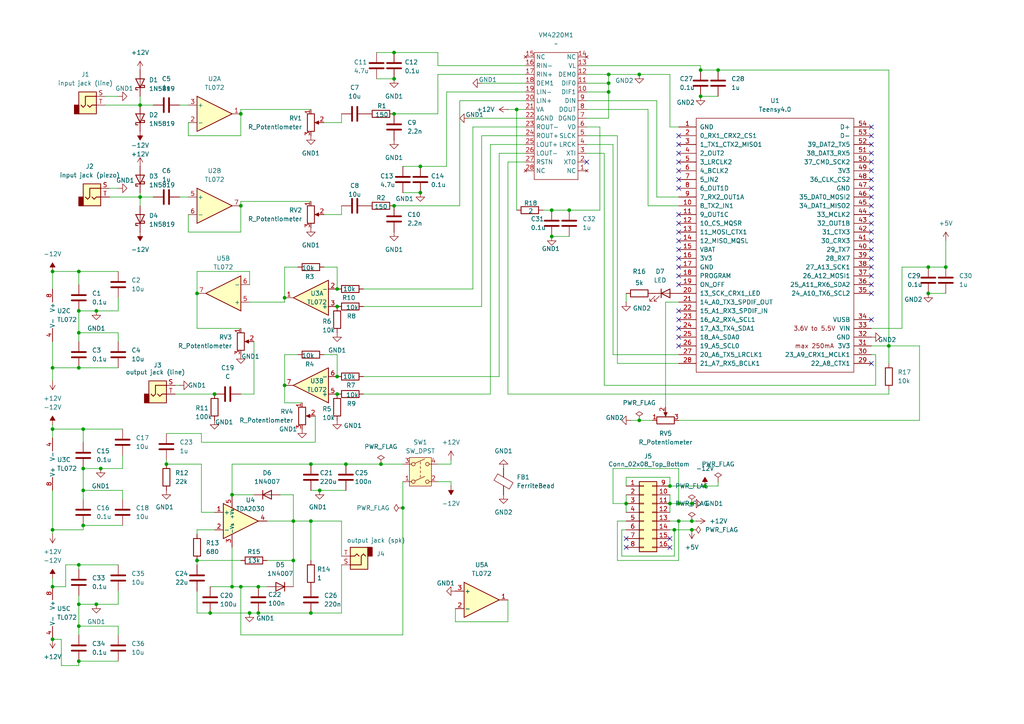
<source format=kicad_sch>
(kicad_sch (version 20250114) (generator "eeschema") (generator_version "9.0")
  (paper "A4")
  (junction (at 203.2 20.32))
  (junction (at 110.49 134.62))
  (junction (at 92.71 142.24))
  (junction (at 24.13 152.4))
  (junction (at 121.92 55.88))
  (junction (at 114.3 15.24))
  (junction (at 74.93 170.18))
  (junction (at 22.86 163.83))
  (junction (at 40.64 30.48))
  (junction (at 15.24 124.46))
  (junction (at 194.31 146.05))
  (junction (at 69.85 170.18))
  (junction (at 195.58 153.67))
  (junction (at 97.79 109.22))
  (junction (at 22.86 106.68))
  (junction (at 257.81 100.33))
  (junction (at 200.66 146.05))
  (junction (at 40.64 57.15))
  (junction (at 165.1 60.96))
  (junction (at 269.24 77.47))
  (junction (at 97.79 83.82))
  (junction (at 90.17 177.8))
  (junction (at 149.86 31.75))
  (junction (at 74.93 177.8))
  (junction (at 67.31 143.51))
  (junction (at 204.47 140.97))
  (junction (at 22.86 96.52))
  (junction (at 181.61 146.05))
  (junction (at 85.09 162.56))
  (junction (at 274.32 77.47))
  (junction (at 60.96 177.8))
  (junction (at 48.26 134.62))
  (junction (at 176.53 21.59))
  (junction (at 29.21 135.89))
  (junction (at 90.17 151.13))
  (junction (at 15.24 106.68))
  (junction (at 269.24 85.09))
  (junction (at 90.17 134.62))
  (junction (at 15.24 153.67))
  (junction (at 200.66 153.67))
  (junction (at 27.94 90.17))
  (junction (at 196.85 151.13))
  (junction (at 69.85 33.02))
  (junction (at 15.24 170.18))
  (junction (at 160.02 60.96))
  (junction (at 200.66 151.13))
  (junction (at 22.86 90.17))
  (junction (at 97.79 114.3))
  (junction (at 114.3 33.02))
  (junction (at 176.53 24.13))
  (junction (at 85.09 151.13))
  (junction (at 82.55 86.36))
  (junction (at 196.85 146.05))
  (junction (at 97.79 88.9))
  (junction (at 72.39 177.8))
  (junction (at 185.42 121.92))
  (junction (at 114.3 22.86))
  (junction (at 62.23 114.3))
  (junction (at 203.2 27.94))
  (junction (at 24.13 142.24))
  (junction (at 176.53 26.67))
  (junction (at 22.86 181.61))
  (junction (at 22.86 78.74))
  (junction (at 194.31 140.97))
  (junction (at 208.28 20.32))
  (junction (at 57.15 162.56))
  (junction (at 69.85 59.69))
  (junction (at 24.13 135.89))
  (junction (at 67.31 170.18))
  (junction (at 57.15 85.09))
  (junction (at 22.86 191.77))
  (junction (at 15.24 185.42))
  (junction (at 100.33 134.62))
  (junction (at 160.02 68.58))
  (junction (at 15.24 78.74))
  (junction (at 22.86 175.26))
  (junction (at 82.55 111.76))
  (junction (at 114.3 59.69))
  (junction (at 116.84 147.32))
  (junction (at 24.13 124.46))
  (junction (at 185.42 21.59))
  (junction (at 27.94 175.26))
  (junction (at 121.92 48.26))
  (no_connect (at 252.73 67.31))
  (no_connect (at 196.85 100.33))
  (no_connect (at 170.18 46.99))
  (no_connect (at 196.85 72.39))
  (no_connect (at 196.85 44.45))
  (no_connect (at 194.31 156.21))
  (no_connect (at 196.85 82.55))
  (no_connect (at 196.85 97.79))
  (no_connect (at 252.73 41.91))
  (no_connect (at 252.73 82.55))
  (no_connect (at 196.85 90.17))
  (no_connect (at 252.73 80.01))
  (no_connect (at 252.73 69.85))
  (no_connect (at 196.85 39.37))
  (no_connect (at 196.85 69.85))
  (no_connect (at 181.61 158.75))
  (no_connect (at 252.73 85.09))
  (no_connect (at 252.73 57.15))
  (no_connect (at 196.85 46.99))
  (no_connect (at 252.73 59.69))
  (no_connect (at 196.85 64.77))
  (no_connect (at 252.73 54.61))
  (no_connect (at 181.61 156.21))
  (no_connect (at 196.85 62.23))
  (no_connect (at 196.85 41.91))
  (no_connect (at 196.85 52.07))
  (no_connect (at 196.85 80.01))
  (no_connect (at 196.85 67.31))
  (no_connect (at 252.73 92.71))
  (no_connect (at 252.73 64.77))
  (no_connect (at 196.85 92.71))
  (no_connect (at 194.31 158.75))
  (no_connect (at 252.73 39.37))
  (no_connect (at 252.73 44.45))
  (no_connect (at 252.73 46.99))
  (no_connect (at 252.73 36.83))
  (no_connect (at 252.73 49.53))
  (no_connect (at 252.73 62.23))
  (no_connect (at 252.73 77.47))
  (no_connect (at 252.73 74.93))
  (no_connect (at 196.85 77.47))
  (no_connect (at 196.85 49.53))
  (no_connect (at 252.73 105.41))
  (no_connect (at 196.85 95.25))
  (no_connect (at 196.85 74.93))
  (no_connect (at 196.85 54.61))
  (no_connect (at 252.73 72.39))
  (no_connect (at 252.73 52.07))
  (wire (pts (xy 69.85 58.42) (xy 69.85 59.69)))
  (wire (pts (xy 133.35 29.21) (xy 152.4 29.21)))
  (wire (pts (xy 269.24 77.47) (xy 261.62 77.47)))
  (wire (pts (xy 22.86 96.52) (xy 22.86 90.17)))
  (wire (pts (xy 15.24 78.74) (xy 22.86 78.74)))
  (wire (pts (xy 24.13 152.4) (xy 35.56 152.4)))
  (wire (pts (xy 194.31 36.83) (xy 194.31 21.59)))
  (wire (pts (xy 99.06 163.83) (xy 99.06 177.8)))
  (wire (pts (xy 137.16 83.82) (xy 105.41 83.82)))
  (wire (pts (xy 170.18 39.37) (xy 179.07 39.37)))
  (wire (pts (xy 22.86 181.61) (xy 22.86 175.26)))
  (wire (pts (xy 74.93 170.18) (xy 77.47 170.18)))
  (wire (pts (xy 19.05 170.18) (xy 15.24 170.18)))
  (wire (pts (xy 133.35 59.69) (xy 133.35 29.21)))
  (wire (pts (xy 57.15 177.8) (xy 60.96 177.8)))
  (wire (pts (xy 34.29 171.45) (xy 34.29 175.26)))
  (wire (pts (xy 109.22 15.24) (xy 114.3 15.24)))
  (wire (pts (xy 22.86 191.77) (xy 34.29 191.77)))
  (wire (pts (xy 19.05 163.83) (xy 22.86 163.83)))
  (wire (pts (xy 90.17 31.75) (xy 69.85 31.75)))
  (wire (pts (xy 181.61 138.43) (xy 194.31 138.43)))
  (wire (pts (xy 269.24 85.09) (xy 274.32 85.09)))
  (wire (pts (xy 34.29 54.61) (xy 31.75 54.61)))
  (wire (pts (xy 181.61 140.97) (xy 181.61 138.43)))
  (wire (pts (xy 274.32 77.47) (xy 269.24 77.47)))
  (wire (pts (xy 196.85 102.87) (xy 177.8 102.87)))
  (wire (pts (xy 91.44 128.27) (xy 58.42 128.27)))
  (wire (pts (xy 266.7 100.33) (xy 257.81 100.33)))
  (wire (pts (xy 99.06 177.8) (xy 90.17 177.8)))
  (wire (pts (xy 22.86 165.1) (xy 22.86 163.83)))
  (wire (pts (xy 85.09 143.51) (xy 85.09 151.13)))
  (wire (pts (xy 90.17 134.62) (xy 67.31 134.62)))
  (wire (pts (xy 185.42 21.59) (xy 194.31 21.59)))
  (wire (pts (xy 34.29 96.52) (xy 34.29 99.06)))
  (wire (pts (xy 152.4 46.99) (xy 147.32 46.99)))
  (wire (pts (xy 85.09 151.13) (xy 77.47 151.13)))
  (wire (pts (xy 22.86 184.15) (xy 22.86 181.61)))
  (wire (pts (xy 15.24 78.74) (xy 15.24 83.82)))
  (wire (pts (xy 165.1 60.96) (xy 173.99 60.96)))
  (wire (pts (xy 129.54 26.67) (xy 129.54 48.26)))
  (wire (pts (xy 160.02 60.96) (xy 165.1 60.96)))
  (wire (pts (xy 99.06 35.56) (xy 99.06 33.02)))
  (wire (pts (xy 69.85 184.15) (xy 69.85 170.18)))
  (wire (pts (xy 194.31 140.97) (xy 204.47 140.97)))
  (wire (pts (xy 203.2 20.32) (xy 208.28 20.32)))
  (wire (pts (xy 261.62 77.47) (xy 261.62 95.25)))
  (wire (pts (xy 40.64 27.94) (xy 40.64 30.48)))
  (wire (pts (xy 194.31 153.67) (xy 195.58 153.67)))
  (wire (pts (xy 92.71 142.24) (xy 100.33 142.24)))
  (wire (pts (xy 91.44 120.65) (xy 91.44 128.27)))
  (wire (pts (xy 22.86 181.61) (xy 34.29 181.61)))
  (wire (pts (xy 77.47 162.56) (xy 85.09 162.56)))
  (wire (pts (xy 177.8 146.05) (xy 177.8 135.89)))
  (wire (pts (xy 54.61 39.37) (xy 69.85 39.37)))
  (wire (pts (xy 116.84 48.26) (xy 121.92 48.26)))
  (wire (pts (xy 170.18 44.45) (xy 175.26 44.45)))
  (wire (pts (xy 177.8 135.89) (xy 196.85 135.89)))
  (wire (pts (xy 19.05 163.83) (xy 19.05 170.18)))
  (wire (pts (xy 67.31 143.51) (xy 73.66 143.51)))
  (wire (pts (xy 116.84 55.88) (xy 121.92 55.88)))
  (wire (pts (xy 139.7 88.9) (xy 105.41 88.9)))
  (wire (pts (xy 196.85 59.69) (xy 187.96 59.69)))
  (wire (pts (xy 200.66 151.13) (xy 201.93 151.13)))
  (wire (pts (xy 130.81 134.62) (xy 127 134.62)))
  (wire (pts (xy 52.07 57.15) (xy 54.61 57.15)))
  (wire (pts (xy 99.06 62.23) (xy 99.06 59.69)))
  (wire (pts (xy 24.13 142.24) (xy 35.56 142.24)))
  (wire (pts (xy 181.61 146.05) (xy 177.8 146.05)))
  (wire (pts (xy 99.06 161.29) (xy 99.06 151.13)))
  (wire (pts (xy 203.2 27.94) (xy 208.28 27.94)))
  (wire (pts (xy 157.48 60.96) (xy 160.02 60.96)))
  (wire (pts (xy 194.31 36.83) (xy 196.85 36.83)))
  (wire (pts (xy 22.86 163.83) (xy 34.29 163.83)))
  (wire (pts (xy 187.96 31.75) (xy 187.96 59.69)))
  (wire (pts (xy 54.61 67.31) (xy 69.85 67.31)))
  (wire (pts (xy 195.58 153.67) (xy 195.58 161.29)))
  (wire (pts (xy 195.58 153.67) (xy 200.66 153.67)))
  (wire (pts (xy 67.31 170.18) (xy 69.85 170.18)))
  (wire (pts (xy 170.18 21.59) (xy 176.53 21.59)))
  (wire (pts (xy 180.34 161.29) (xy 180.34 153.67)))
  (wire (pts (xy 196.85 87.63) (xy 193.04 87.63)))
  (wire (pts (xy 180.34 153.67) (xy 181.61 153.67)))
  (wire (pts (xy 82.55 102.87) (xy 82.55 111.76)))
  (wire (pts (xy 114.3 33.02) (xy 127 33.02)))
  (wire (pts (xy 179.07 162.56) (xy 196.85 162.56)))
  (wire (pts (xy 196.85 146.05) (xy 194.31 146.05)))
  (wire (pts (xy 170.18 29.21) (xy 190.5 29.21)))
  (wire (pts (xy 139.7 39.37) (xy 139.7 88.9)))
  (wire (pts (xy 194.31 138.43) (xy 194.31 140.97)))
  (wire (pts (xy 15.24 167.64) (xy 15.24 170.18)))
  (wire (pts (xy 139.7 24.13) (xy 152.4 24.13)))
  (wire (pts (xy 24.13 144.78) (xy 24.13 142.24)))
  (wire (pts (xy 170.18 41.91) (xy 177.8 41.91)))
  (wire (pts (xy 57.15 162.56) (xy 69.85 162.56)))
  (wire (pts (xy 52.07 30.48) (xy 54.61 30.48)))
  (wire (pts (xy 30.48 27.94) (xy 34.29 27.94)))
  (wire (pts (xy 15.24 110.49) (xy 15.24 106.68)))
  (wire (pts (xy 72.39 78.74) (xy 57.15 78.74)))
  (wire (pts (xy 93.98 35.56) (xy 99.06 35.56)))
  (wire (pts (xy 254 102.87) (xy 254 111.76)))
  (wire (pts (xy 114.3 59.69) (xy 133.35 59.69)))
  (wire (pts (xy 90.17 151.13) (xy 99.06 151.13)))
  (wire (pts (xy 147.32 173.99) (xy 147.32 180.34)))
  (wire (pts (xy 170.18 36.83) (xy 173.99 36.83)))
  (wire (pts (xy 203.2 19.05) (xy 203.2 20.32)))
  (wire (pts (xy 22.86 175.26) (xy 22.86 172.72)))
  (wire (pts (xy 129.54 26.67) (xy 152.4 26.67)))
  (wire (pts (xy 35.56 142.24) (xy 35.56 144.78)))
  (wire (pts (xy 15.24 124.46) (xy 24.13 124.46)))
  (wire (pts (xy 22.86 193.04) (xy 17.78 193.04)))
  (wire (pts (xy 130.81 139.7) (xy 127 139.7)))
  (wire (pts (xy 15.24 153.67) (xy 15.24 154.94)))
  (wire (pts (xy 190.5 57.15) (xy 196.85 57.15)))
  (wire (pts (xy 50.8 114.3) (xy 62.23 114.3)))
  (wire (pts (xy 181.61 85.09) (xy 181.61 87.63)))
  (wire (pts (xy 196.85 151.13) (xy 200.66 151.13)))
  (wire (pts (xy 58.42 128.27) (xy 58.42 125.73)))
  (wire (pts (xy 67.31 158.75) (xy 67.31 170.18)))
  (wire (pts (xy 257.81 100.33) (xy 257.81 20.32)))
  (wire (pts (xy 87.63 116.84) (xy 82.55 116.84)))
  (wire (pts (xy 15.24 153.67) (xy 24.13 153.67)))
  (wire (pts (xy 144.78 109.22) (xy 144.78 44.45)))
  (wire (pts (xy 85.09 162.56) (xy 85.09 151.13)))
  (wire (pts (xy 90.17 58.42) (xy 69.85 58.42)))
  (wire (pts (xy 72.39 177.8) (xy 74.93 177.8)))
  (wire (pts (xy 181.61 143.51) (xy 181.61 146.05)))
  (wire (pts (xy 35.56 132.08) (xy 35.56 135.89)))
  (wire (pts (xy 173.99 36.83) (xy 173.99 60.96)))
  (wire (pts (xy 179.07 151.13) (xy 179.07 162.56)))
  (wire (pts (xy 193.04 87.63) (xy 193.04 118.11)))
  (wire (pts (xy 139.7 39.37) (xy 152.4 39.37)))
  (wire (pts (xy 34.29 181.61) (xy 34.29 184.15)))
  (wire (pts (xy 196.85 105.41) (xy 179.07 105.41)))
  (wire (pts (xy 254 111.76) (xy 175.26 111.76)))
  (wire (pts (xy 176.53 21.59) (xy 176.53 24.13)))
  (wire (pts (xy 34.29 175.26) (xy 27.94 175.26)))
  (wire (pts (xy 170.18 26.67) (xy 176.53 26.67)))
  (wire (pts (xy 22.86 106.68) (xy 34.29 106.68)))
  (wire (pts (xy 175.26 111.76) (xy 175.26 44.45)))
  (wire (pts (xy 208.28 140.97) (xy 204.47 140.97)))
  (wire (pts (xy 127 21.59) (xy 152.4 21.59)))
  (wire (pts (xy 22.86 96.52) (xy 34.29 96.52)))
  (wire (pts (xy 34.29 86.36) (xy 34.29 90.17)))
  (wire (pts (xy 149.86 60.96) (xy 149.86 31.75)))
  (wire (pts (xy 90.17 162.56) (xy 90.17 151.13)))
  (wire (pts (xy 147.32 180.34) (xy 132.08 180.34)))
  (wire (pts (xy 142.24 114.3) (xy 105.41 114.3)))
  (wire (pts (xy 190.5 29.21) (xy 190.5 57.15)))
  (wire (pts (xy 72.39 82.55) (xy 72.39 78.74)))
  (wire (pts (xy 81.28 143.51) (xy 85.09 143.51)))
  (wire (pts (xy 170.18 31.75) (xy 187.96 31.75)))
  (wire (pts (xy 132.08 176.53) (xy 132.08 180.34)))
  (wire (pts (xy 85.09 170.18) (xy 85.09 162.56)))
  (wire (pts (xy 22.86 175.26) (xy 27.94 175.26)))
  (wire (pts (xy 22.86 78.74) (xy 22.86 82.55)))
  (wire (pts (xy 24.13 135.89) (xy 29.21 135.89)))
  (wire (pts (xy 208.28 139.7) (xy 208.28 140.97)))
  (wire (pts (xy 35.56 135.89) (xy 29.21 135.89)))
  (wire (pts (xy 24.13 124.46) (xy 24.13 128.27)))
  (wire (pts (xy 24.13 124.46) (xy 35.56 124.46)))
  (wire (pts (xy 196.85 121.92) (xy 266.7 121.92)))
  (wire (pts (xy 57.15 162.56) (xy 57.15 163.83)))
  (wire (pts (xy 74.93 177.8) (xy 90.17 177.8)))
  (wire (pts (xy 72.39 87.63) (xy 82.55 87.63)))
  (wire (pts (xy 90.17 151.13) (xy 85.09 151.13)))
  (wire (pts (xy 22.86 193.04) (xy 22.86 191.77)))
  (wire (pts (xy 31.75 57.15) (xy 40.64 57.15)))
  (wire (pts (xy 130.81 133.35) (xy 130.81 134.62)))
  (wire (pts (xy 82.55 116.84) (xy 82.55 111.76)))
  (wire (pts (xy 257.81 105.41) (xy 257.81 100.33)))
  (wire (pts (xy 179.07 105.41) (xy 179.07 39.37)))
  (wire (pts (xy 105.41 109.22) (xy 144.78 109.22)))
  (wire (pts (xy 116.84 147.32) (xy 116.84 184.15)))
  (wire (pts (xy 194.31 143.51) (xy 194.31 146.05)))
  (wire (pts (xy 15.24 106.68) (xy 22.86 106.68)))
  (wire (pts (xy 69.85 95.25) (xy 57.15 95.25)))
  (wire (pts (xy 69.85 39.37) (xy 69.85 33.02)))
  (wire (pts (xy 110.49 134.62) (xy 116.84 134.62)))
  (wire (pts (xy 100.33 134.62) (xy 110.49 134.62)))
  (wire (pts (xy 116.84 139.7) (xy 116.84 147.32)))
  (wire (pts (xy 100.33 134.62) (xy 90.17 134.62)))
  (wire (pts (xy 170.18 34.29) (xy 176.53 34.29)))
  (wire (pts (xy 142.24 41.91) (xy 152.4 41.91)))
  (wire (pts (xy 40.64 30.48) (xy 44.45 30.48)))
  (wire (pts (xy 57.15 153.67) (xy 62.23 153.67)))
  (wire (pts (xy 182.88 121.92) (xy 185.42 121.92)))
  (wire (pts (xy 30.48 30.48) (xy 40.64 30.48)))
  (wire (pts (xy 58.42 125.73) (xy 48.26 125.73)))
  (wire (pts (xy 185.42 121.92) (xy 189.23 121.92)))
  (wire (pts (xy 57.15 171.45) (xy 57.15 177.8)))
  (wire (pts (xy 114.3 15.24) (xy 127 15.24)))
  (wire (pts (xy 170.18 24.13) (xy 176.53 24.13)))
  (wire (pts (xy 15.24 106.68) (xy 15.24 99.06)))
  (wire (pts (xy 147.32 31.75) (xy 149.86 31.75)))
  (wire (pts (xy 58.42 148.59) (xy 62.23 148.59)))
  (wire (pts (xy 58.42 148.59) (xy 58.42 134.62)))
  (wire (pts (xy 170.18 19.05) (xy 203.2 19.05)))
  (wire (pts (xy 97.79 77.47) (xy 97.79 83.82)))
  (wire (pts (xy 69.85 67.31) (xy 69.85 59.69)))
  (wire (pts (xy 40.64 57.15) (xy 44.45 57.15)))
  (wire (pts (xy 181.61 146.05) (xy 181.61 148.59)))
  (wire (pts (xy 196.85 146.05) (xy 200.66 146.05)))
  (wire (pts (xy 73.66 114.3) (xy 69.85 114.3)))
  (wire (pts (xy 40.64 55.88) (xy 40.64 57.15)))
  (wire (pts (xy 17.78 185.42) (xy 15.24 185.42)))
  (wire (pts (xy 257.81 20.32) (xy 208.28 20.32)))
  (wire (pts (xy 67.31 134.62) (xy 67.31 143.51)))
  (wire (pts (xy 266.7 121.92) (xy 266.7 100.33)))
  (wire (pts (xy 57.15 154.94) (xy 57.15 153.67)))
  (wire (pts (xy 176.53 26.67) (xy 176.53 24.13)))
  (wire (pts (xy 177.8 102.87) (xy 177.8 41.91)))
  (wire (pts (xy 69.85 170.18) (xy 74.93 170.18)))
  (wire (pts (xy 137.16 83.82) (xy 137.16 36.83)))
  (wire (pts (xy 57.15 95.25) (xy 57.15 85.09)))
  (wire (pts (xy 196.85 135.89) (xy 196.85 146.05)))
  (wire (pts (xy 116.84 184.15) (xy 69.85 184.15)))
  (wire (pts (xy 22.86 90.17) (xy 27.94 90.17)))
  (wire (pts (xy 176.53 34.29) (xy 176.53 26.67)))
  (wire (pts (xy 40.64 57.15) (xy 40.64 59.69)))
  (wire (pts (xy 93.98 62.23) (xy 99.06 62.23)))
  (wire (pts (xy 57.15 78.74) (xy 57.15 85.09)))
  (wire (pts (xy 135.89 34.29) (xy 152.4 34.29)))
  (wire (pts (xy 58.42 134.62) (xy 48.26 134.62)))
  (wire (pts (xy 137.16 36.83) (xy 152.4 36.83)))
  (wire (pts (xy 48.26 133.35) (xy 48.26 134.62)))
  (wire (pts (xy 90.17 142.24) (xy 92.71 142.24)))
  (wire (pts (xy 93.98 102.87) (xy 97.79 102.87)))
  (wire (pts (xy 142.24 41.91) (xy 142.24 114.3)))
  (wire (pts (xy 93.98 77.47) (xy 97.79 77.47)))
  (wire (pts (xy 86.36 77.47) (xy 82.55 77.47)))
  (wire (pts (xy 252.73 100.33) (xy 257.81 100.33)))
  (wire (pts (xy 82.55 77.47) (xy 82.55 86.36)))
  (wire (pts (xy 60.96 170.18) (xy 67.31 170.18)))
  (wire (pts (xy 109.22 22.86) (xy 114.3 22.86)))
  (wire (pts (xy 86.36 102.87) (xy 82.55 102.87)))
  (wire (pts (xy 196.85 151.13) (xy 194.31 151.13)))
  (wire (pts (xy 22.86 99.06) (xy 22.86 96.52)))
  (wire (pts (xy 149.86 31.75) (xy 152.4 31.75)))
  (wire (pts (xy 160.02 68.58) (xy 165.1 68.58)))
  (wire (pts (xy 194.31 146.05) (xy 194.31 148.59)))
  (wire (pts (xy 54.61 62.23) (xy 54.61 67.31)))
  (wire (pts (xy 127 19.05) (xy 152.4 19.05)))
  (wire (pts (xy 54.61 35.56) (xy 54.61 39.37)))
  (wire (pts (xy 127 21.59) (xy 127 33.02)))
  (wire (pts (xy 34.29 90.17) (xy 27.94 90.17)))
  (wire (pts (xy 73.66 99.06) (xy 73.66 114.3)))
  (wire (pts (xy 147.32 46.99) (xy 147.32 114.3)))
  (wire (pts (xy 15.24 142.24) (xy 15.24 153.67)))
  (wire (pts (xy 69.85 31.75) (xy 69.85 33.02)))
  (wire (pts (xy 121.92 48.26) (xy 129.54 48.26)))
  (wire (pts (xy 274.32 69.85) (xy 274.32 77.47)))
  (wire (pts (xy 257.81 114.3) (xy 257.81 113.03)))
  (wire (pts (xy 24.13 153.67) (xy 24.13 152.4)))
  (wire (pts (xy 22.86 78.74) (xy 34.29 78.74)))
  (wire (pts (xy 144.78 44.45) (xy 152.4 44.45)))
  (wire (pts (xy 127 15.24) (xy 127 19.05)))
  (wire (pts (xy 261.62 95.25) (xy 252.73 95.25)))
  (wire (pts (xy 185.42 21.59) (xy 176.53 21.59)))
  (wire (pts (xy 17.78 193.04) (xy 17.78 185.42)))
  (wire (pts (xy 97.79 102.87) (xy 97.79 109.22)))
  (wire (pts (xy 147.32 114.3) (xy 257.81 114.3)))
  (wire (pts (xy 130.81 140.97) (xy 130.81 139.7)))
  (wire (pts (xy 15.24 123.19) (xy 15.24 124.46)))
  (wire (pts (xy 82.55 86.36) (xy 82.55 87.63)))
  (wire (pts (xy 195.58 161.29) (xy 180.34 161.29)))
  (wire (pts (xy 24.13 142.24) (xy 24.13 135.89)))
  (wire (pts (xy 15.24 124.46) (xy 15.24 127)))
  (wire (pts (xy 181.61 151.13) (xy 179.07 151.13)))
  (wire (pts (xy 60.96 177.8) (xy 72.39 177.8)))
  (wire (pts (xy 196.85 162.56) (xy 196.85 151.13)))
  (wire (pts (xy 252.73 102.87) (xy 254 102.87)))
  (wire (pts (xy 52.07 111.76) (xy 50.8 111.76)))
  (symbol (lib_id "Device:R") (at 101.6 109.22 90) (unit 1)
    (property "Reference" "R7" (at 103.124 111.76 90) (effects (justify left)))
    (property "Value" "10k" (at 103.124 109.22 90) (effects (justify left)))
    (property "Description" "Resistor" (effects (hide yes)))
  )
  (symbol (lib_id "Device:R") (at 90.17 166.37 0) (unit 1)
    (property "Reference" "R14" (at 91.948 165.1 0) (effects (justify left)))
    (property "Value" "1" (at 91.948 167.64 0) (effects (justify left)))
    (property "Description" "Resistor" (effects (hide yes)))
  )
  (symbol (lib_id "power:GND1") (at 52.07 111.76 90) (unit 1)
    (property "Reference" "#PWR019" (effects (hide yes)))
    (property "Value" "GND1" (at 57.15 111.76 90))
    (property "Description" "Power symbol creates a global label with name \"GND1\" , ground" (effects (hide yes)))
  )
  (symbol (lib_id "Diode:1N4007") (at 77.47 143.51 0) (unit 1)
    (property "Reference" "D6" (at 77.47 137.16 0))
    (property "Value" "1N4007" (at 77.47 139.7 0))
    (property "Footprint" "Diode_THT:D_DO-41_SOD81_P10.16mm_Horizontal" (effects (hide yes)))
    (property "Datasheet" "http://www.vishay.com/docs/88503/1n4001.pdf" (effects (hide yes)))
    (property "Description" "1000V 1A General Purpose Rectifier Diode, DO-41" (effects (hide yes)))
    (property "Sim.Device" "D" (effects (hide yes)))
    (property "Sim.Pins" "1=K 2=A" (effects (hide yes)))
  )
  (symbol (lib_id "Amplifier_Audio:TDA2030") (at 69.85 151.13 0) (unit 1)
    (property "Reference" "U4" (at 72.644 145.034 0))
    (property "Value" "TDA2030" (at 72.644 147.574 0))
    (property "Footprint" "Package_TO_SOT_THT:TO-220-5_P3.4x3.7mm_StaggerOdd_Lead3.8mm_Vertical" (effects (hide yes)))
    (property "Datasheet" "http://www.st.com/resource/en/datasheet/cd00000128.pdf" (effects (hide yes)))
    (property "Description" "14W Hi-Fi Audio Amplifier, TO-220-5" (effects (hide yes)))
  )
  (symbol (lib_id "Device:C") (at 74.93 173.99 0) (unit 1)
    (property "Reference" "C22" (at 77.724 172.466 0) (effects (justify left)))
    (property "Value" "100n" (at 77.724 175.006 0) (effects (justify left)))
    (property "Description" "Unpolarized capacitor" (effects (hide yes)))
  )
  (symbol (lib_id "Device:R_Potentiometer") (at 90.17 35.56 0) (unit 1)
    (property "Reference" "RV1" (at 87.63 34.2899 0) (effects (justify right)))
    (property "Value" "R_Potentiometer" (at 87.63 36.8299 0) (effects (justify right)))
    (property "Description" "Potentiometer" (effects (hide yes)))
  )
  (symbol (lib_id "power:GND1") (at 114.3 40.64 0) (unit 1)
    (property "Reference" "#PWR08" (effects (hide yes)))
    (property "Value" "GND1" (at 114.3 45.72 0))
    (property "Description" "Power symbol creates a global label with name \"GND1\" , ground" (effects (hide yes)))
  )
  (symbol (lib_id "Device:R") (at 110.49 59.69 90) (unit 1)
    (property "Reference" "R2" (at 110.49 57.404 90))
    (property "Value" "150" (at 110.49 59.944 90))
    (property "Description" "Resistor" (effects (hide yes)))
  )
  (symbol (lib_id "Device:C") (at 34.29 187.96 0) (unit 1)
    (property "Reference" "C36" (at 38.1 186.6899 0) (effects (justify left)))
    (property "Value" "10u" (at 38.1 189.2299 0) (effects (justify left)))
    (property "Description" "Unpolarized capacitor" (effects (hide yes)))
  )
  (symbol (lib_id "power:GND1") (at 132.08 171.45 270) (unit 1)
    (property "Reference" "#PWR042" (effects (hide yes)))
    (property "Value" "GND1" (at 129.286 169.164 90))
    (property "Description" "Power symbol creates a global label with name \"GND1\" , ground" (effects (hide yes)))
  )
  (symbol (lib_id "Device:C") (at 165.1 64.77 0) (unit 1)
    (property "Reference" "C32" (at 168.91 63.4999 0) (effects (justify left)))
    (property "Value" "1u" (at 168.91 66.0399 0) (effects (justify left)))
    (property "Description" "Unpolarized capacitor" (effects (hide yes)))
  )
  (symbol (lib_id "power:-12V") (at 204.47 140.97 0) (unit 1)
    (property "Reference" "#PWR038" (effects (hide yes)))
    (property "Value" "-12V" (at 204.47 135.89 0))
    (property "Description" "Power symbol creates a global label with name \"-12V\"" (effects (hide yes)))
  )
  (symbol (lib_id "power:GND1") (at 92.71 142.24 0) (unit 1)
    (property "Reference" "#PWR027" (effects (hide yes)))
    (property "Value" "GND1" (at 92.202 147.066 0))
    (property "Description" "Power symbol creates a global label with name \"GND1\" , ground" (effects (hide yes)))
  )
  (symbol (lib_id "Amplifier_Operational:TL072") (at 62.23 33.02 0) (unit 1)
    (property "Reference" "U2" (at 62.23 22.86 0))
    (property "Value" "TL072" (at 62.23 25.4 0))
    (property "Datasheet" "http://www.ti.com/lit/ds/symlink/tl071.pdf" (effects (hide yes)))
    (property "Description" "Dual Low-Noise JFET-Input Operational Amplifiers, DIP-8/SOIC-8" (effects (hide yes)))
  )
  (symbol (lib_id "power:+12V") (at 40.64 20.32 0) (unit 1)
    (property "Reference" "#PWR06" (effects (hide yes)))
    (property "Value" "+12V" (at 40.64 15.24 0))
    (property "Description" "Power symbol creates a global label with name \"+12V\"" (effects (hide yes)))
  )
  (symbol (lib_id "Device:C") (at 121.92 52.07 0) (unit 1)
    (property "Reference" "C14" (at 124.968 51.054 0) (effects (justify left)))
    (property "Value" "0.1u" (at 124.968 53.594 0) (effects (justify left)))
    (property "Description" "Unpolarized capacitor" (effects (hide yes)))
  )
  (symbol (lib_id "power:GND2") (at 182.88 121.92 270) (unit 1)
    (property "Reference" "#PWR049" (effects (hide yes)))
    (property "Value" "GND2" (at 178.308 121.158 90))
    (property "Description" "Power symbol creates a global label with name \"GND2\" , ground" (effects (hide yes)))
  )
  (symbol (lib_id "power:GND1") (at 34.29 54.61 90) (unit 1)
    (property "Reference" "#PWR020" (effects (hide yes)))
    (property "Value" "GND1" (at 36.322 52.324 90))
    (property "Description" "Power symbol creates a global label with name \"GND1\" , ground" (effects (hide yes)))
  )
  (symbol (lib_id "Device:C") (at 160.02 64.77 0) (unit 1)
    (property "Reference" "C31" (at 153.924 63.5 0) (effects (justify left)))
    (property "Value" "0.1u" (at 153.924 66.04 0) (effects (justify left)))
    (property "Description" "Unpolarized capacitor" (effects (hide yes)))
  )
  (symbol (lib_id "Device:C") (at 114.3 19.05 0) (unit 1)
    (property "Reference" "C12" (at 117.348 18.034 0) (effects (justify left)))
    (property "Value" "0.1u" (at 117.348 20.574 0) (effects (justify left)))
    (property "Description" "Unpolarized capacitor" (effects (hide yes)))
  )
  (symbol (lib_id "power:PWR_FLAG") (at 200.66 153.67 270) (unit 1)
    (property "Reference" "#FLG04" (effects (hide yes)))
    (property "Value" "PWR_FLAG" (at 204.47 153.6699 90) (effects (justify left)))
    (property "Description" "Special symbol for telling ERC where power comes from" (effects (hide yes)))
  )
  (symbol (lib_id "Connector_Audio:AudioJack2") (at 45.72 114.3 0) (unit 1)
    (property "Reference" "J3" (at 45.72 105.918 0))
    (property "Value" "output jack (line)" (at 45.085 107.95 0))
    (property "Description" "Audio Jack, 2 Poles (Mono / TS)" (effects (hide yes)))
  )
  (symbol (lib_id "power:GND1") (at 90.17 39.37 0) (unit 1)
    (property "Reference" "#PWR045" (effects (hide yes)))
    (property "Value" "GND1" (at 90.17 44.45 0))
    (property "Description" "Power symbol creates a global label with name \"GND1\" , ground" (effects (hide yes)))
  )
  (symbol (lib_id "Connector_Generic:Conn_02x08_Top_Bottom") (at 186.69 148.59 0) (unit 1)
    (property "Reference" "J5" (at 187.96 132.334 0))
    (property "Value" "Conn_02x08_Top_Bottom" (at 188.214 134.62 0))
    (property "Description" "Generic connector, double row, 02x08, top/bottom pin numbering scheme (row 1: 1...pins_per_row, row2: pins_per_row+1 ... num_pins), script generated (kicad-library-utils/schlib/autogen/connector/)" (effects (hide yes)))
  )
  (symbol (lib_id "Device:C") (at 102.87 33.02 90) (unit 1)
    (property "Reference" "C7" (at 102.87 25.4 90))
    (property "Value" "10u" (at 102.87 27.94 90))
    (property "Description" "Unpolarized capacitor" (effects (hide yes)))
  )
  (symbol (lib_id "power:GND1") (at 146.05 135.89 180) (unit 1)
    (property "Reference" "#PWR043" (effects (hide yes)))
    (property "Value" "GND1" (at 146.05 130.81 0))
    (property "Description" "Power symbol creates a global label with name \"GND1\" , ground" (effects (hide yes)))
  )
  (symbol (lib_id "Device:R") (at 110.49 33.02 90) (unit 1)
    (property "Reference" "R1" (at 110.744 30.734 90))
    (property "Value" "150" (at 110.744 33.274 90))
    (property "Description" "Resistor" (effects (hide yes)))
  )
  (symbol (lib_id "Device:R") (at 97.79 92.71 180) (unit 1)
    (property "Reference" "R6" (at 93.472 93.218 0) (effects (justify right)))
    (property "Value" "10k" (at 93.472 95.758 0) (effects (justify right)))
    (property "Description" "Resistor" (effects (hide yes)))
  )
  (symbol (lib_id "Device:R") (at 101.6 88.9 270) (unit 1)
    (property "Reference" "R8" (at 100.584 91.694 90) (effects (justify left)))
    (property "Value" "10k" (at 100.33 89.154 90) (effects (justify left)))
    (property "Description" "Resistor" (effects (hide yes)))
  )
  (symbol (lib_id "power:PWR_FLAG") (at 200.66 146.05 0) (unit 1)
    (property "Reference" "#FLG02" (effects (hide yes)))
    (property "Value" "PWR_FLAG" (at 200.66 140.97 0))
    (property "Description" "Special symbol for telling ERC where power comes from" (effects (hide yes)))
  )
  (symbol (lib_id "Device:C") (at 208.28 24.13 0) (unit 1)
    (property "Reference" "C28" (at 212.09 22.8599 0) (effects (justify left)))
    (property "Value" "1u" (at 212.09 25.3999 0) (effects (justify left)))
    (property "Description" "Unpolarized capacitor" (effects (hide yes)))
  )
  (symbol (lib_id "V4220M:V4220M") (at 161.29 34.29 180) (unit 1)
    (property "Reference" "VM4220M1" (at 161.29 10.16 0))
    (property "Value" "~" (at 161.29 12.7 0))
  )
  (symbol (lib_id "Device:LED") (at 193.04 85.09 0) (unit 1)
    (property "Reference" "D7" (at 191.4525 78.74 0))
    (property "Value" "LED" (at 191.4525 81.28 0))
    (property "Description" "Light emitting diode" (effects (hide yes)))
    (property "Sim.Pins" "1=K 2=A" (effects (hide yes)))
  )
  (symbol (lib_id "power:GND1") (at 72.39 177.8 0) (unit 1)
    (property "Reference" "#PWR023" (effects (hide yes)))
    (property "Value" "GND1" (at 76.962 179.324 0))
    (property "Description" "Power symbol creates a global label with name \"GND1\" , ground" (effects (hide yes)))
  )
  (symbol (lib_id "Diode:1N4007") (at 81.28 170.18 180) (unit 1)
    (property "Reference" "D5" (at 81.28 163.83 0))
    (property "Value" "1N4007" (at 81.28 166.37 0))
    (property "Footprint" "Diode_THT:D_DO-41_SOD81_P10.16mm_Horizontal" (effects (hide yes)))
    (property "Datasheet" "http://www.vishay.com/docs/88503/1n4001.pdf" (effects (hide yes)))
    (property "Description" "1000V 1A General Purpose Rectifier Diode, DO-41" (effects (hide yes)))
    (property "Sim.Device" "D" (effects (hide yes)))
    (property "Sim.Pins" "1=K 2=A" (effects (hide yes)))
  )
  (symbol (lib_id "Device:C") (at 100.33 138.43 0) (unit 1)
    (property "Reference" "C25" (at 102.87 137.16 0) (effects (justify left)))
    (property "Value" "100n" (at 102.87 139.7 0) (effects (justify left)))
    (property "Description" "Unpolarized capacitor" (effects (hide yes)))
  )
  (symbol (lib_id "Device:R") (at 90.17 102.87 90) (unit 1)
    (property "Reference" "R4" (at 91.186 105.664 90) (effects (justify left)))
    (property "Value" "10k" (at 91.186 103.124 90) (effects (justify left)))
    (property "Description" "Resistor" (effects (hide yes)))
  )
  (symbol (lib_id "Device:R_Potentiometer") (at 90.17 62.23 0) (unit 1)
    (property "Reference" "RV2" (at 87.63 60.9599 0) (effects (justify right)))
    (property "Value" "R_Potentiometer" (at 87.63 63.4999 0) (effects (justify right)))
    (property "Description" "Potentiometer" (effects (hide yes)))
  )
  (symbol (lib_id "Amplifier_Operational:TL072") (at 64.77 85.09 180) (unit 2)
    (property "Reference" "U5" (at 64.77 74.93 0))
    (property "Value" "TL072" (at 64.77 77.47 0))
    (property "Datasheet" "http://www.ti.com/lit/ds/symlink/tl071.pdf" (effects (hide yes)))
    (property "Description" "Dual Low-Noise JFET-Input Operational Amplifiers, DIP-8/SOIC-8" (effects (hide yes)))
  )
  (symbol (lib_id "Diode:1N5819") (at 40.64 24.13 90) (unit 1)
    (property "Reference" "D1" (at 43.18 23.1774 90) (effects (justify right)))
    (property "Value" "1N5819" (at 43.18 25.7174 90) (effects (justify right)))
    (property "Footprint" "Diode_THT:D_DO-41_SOD81_P10.16mm_Horizontal" (effects (hide yes)))
    (property "Datasheet" "http://www.vishay.com/docs/88525/1n5817.pdf" (effects (hide yes)))
    (property "Description" "40V 1A Schottky Barrier Rectifier Diode, DO-41" (effects (hide yes)))
  )
  (symbol (lib_id "Device:C") (at 102.87 59.69 90) (unit 1)
    (property "Reference" "C8" (at 102.87 53.848 90))
    (property "Value" "10u" (at 102.87 56.388 90))
    (property "Description" "Unpolarized capacitor" (effects (hide yes)))
  )
  (symbol (lib_id "Device:C") (at 35.56 148.59 0) (unit 1)
    (property "Reference" "C18" (at 39.37 147.3199 0) (effects (justify left)))
    (property "Value" "10u" (at 39.37 149.8599 0) (effects (justify left)))
    (property "Description" "Unpolarized capacitor" (effects (hide yes)))
  )
  (symbol (lib_id "Amplifier_Operational:TL072") (at 90.17 111.76 180) (unit 2)
    (property "Reference" "U3" (at 91.948 110.49 0))
    (property "Value" "TL072" (at 91.948 113.03 0))
    (property "Datasheet" "http://www.ti.com/lit/ds/symlink/tl071.pdf" (effects (hide yes)))
    (property "Description" "Dual Low-Noise JFET-Input Operational Amplifiers, DIP-8/SOIC-8" (effects (hide yes)))
  )
  (symbol (lib_id "Connector_Audio:AudioJack2") (at 26.67 57.15 0) (unit 1)
    (property "Reference" "J2" (at 26.035 48.26 0))
    (property "Value" "input jack (piezo)" (at 26.035 50.8 0))
    (property "Description" "Audio Jack, 2 Poles (Mono / TS)" (effects (hide yes)))
  )
  (symbol (lib_id "Device:C") (at 48.26 129.54 180) (unit 1)
    (property "Reference" "C23" (at 52.07 128.2699 0) (effects (justify right)))
    (property "Value" "1u" (at 52.07 130.8099 0) (effects (justify right)))
    (property "Description" "Unpolarized capacitor" (effects (hide yes)))
  )
  (symbol (lib_id "Device:R") (at 48.26 138.43 0) (unit 1)
    (property "Reference" "R12" (at 50.8 137.1599 0) (effects (justify left)))
    (property "Value" "22k" (at 50.8 139.6999 0) (effects (justify left)))
    (property "Description" "Resistor" (effects (hide yes)))
  )
  (symbol (lib_id "Device:R") (at 101.6 83.82 90) (unit 1)
    (property "Reference" "R10" (at 103.124 86.36 90) (effects (justify left)))
    (property "Value" "10k" (at 103.124 83.82 90) (effects (justify left)))
    (property "Description" "Resistor" (effects (hide yes)))
  )
  (symbol (lib_id "Device:C") (at 114.3 63.5 0) (unit 1)
    (property "Reference" "C10" (at 118.11 62.2299 0) (effects (justify left)))
    (property "Value" "2.2n" (at 118.11 64.7699 0) (effects (justify left)))
    (property "Description" "Unpolarized capacitor" (effects (hide yes)))
  )
  (symbol (lib_id "power:PWR_FLAG") (at 110.49 134.62 0) (unit 1)
    (property "Reference" "#FLG06" (effects (hide yes)))
    (property "Value" "PWR_FLAG" (at 110.49 129.54 0))
    (property "Description" "Special symbol for telling ERC where power comes from" (effects (hide yes)))
  )
  (symbol (lib_id "power:+5V") (at 200.66 153.67 180) (unit 1)
    (property "Reference" "#PWR051" (effects (hide yes)))
    (property "Value" "+5V" (at 200.66 158.75 0))
    (property "Description" "Power symbol creates a global label with name \"+5V\"" (effects (hide yes)))
  )
  (symbol (lib_id "power:+5V") (at 274.32 69.85 0) (unit 1)
    (property "Reference" "#PWR032" (effects (hide yes)))
    (property "Value" "+5V" (at 274.32 64.77 0))
    (property "Description" "Power symbol creates a global label with name \"+5V\"" (effects (hide yes)))
  )
  (symbol (lib_id "power:GND1") (at 121.92 55.88 0) (unit 1)
    (property "Reference" "#PWR011" (effects (hide yes)))
    (property "Value" "GND1" (at 117.348 57.658 0))
    (property "Description" "Power symbol creates a global label with name \"GND1\" , ground" (effects (hide yes)))
  )
  (symbol (lib_id "Device:C") (at 34.29 82.55 0) (unit 1)
    (property "Reference" "C2" (at 38.1 81.2799 0) (effects (justify left)))
    (property "Value" "10u" (at 38.1 83.8199 0) (effects (justify left)))
    (property "Description" "Unpolarized capacitor" (effects (hide yes)))
  )
  (symbol (lib_id "Device:C") (at 34.29 167.64 0) (unit 1)
    (property "Reference" "C35" (at 38.1 166.3699 0) (effects (justify left)))
    (property "Value" "10u" (at 38.1 168.9099 0) (effects (justify left)))
    (property "Description" "Unpolarized capacitor" (effects (hide yes)))
  )
  (symbol (lib_id "Device:R") (at 73.66 162.56 90) (unit 1)
    (property "Reference" "R15" (at 73.66 160.02 90))
    (property "Value" "13k" (at 73.66 162.56 90))
    (property "Description" "Resistor" (effects (hide yes)))
  )
  (symbol (lib_id "Device:C") (at 114.3 36.83 0) (unit 1)
    (property "Reference" "C9" (at 118.11 35.5599 0) (effects (justify left)))
    (property "Value" "2.2n" (at 118.11 38.0999 0) (effects (justify left)))
    (property "Description" "Unpolarized capacitor" (effects (hide yes)))
  )
  (symbol (lib_id "power:GND2") (at 146.05 143.51 0) (unit 1)
    (property "Reference" "#PWR044" (effects (hide yes)))
    (property "Value" "GND2" (at 146.05 148.59 0))
    (property "Description" "Power symbol creates a global label with name \"GND2\" , ground" (effects (hide yes)))
  )
  (symbol (lib_id "Device:C") (at 57.15 167.64 0) (mirror y) (unit 1)
    (property "Reference" "C24" (at 54.61 166.37 0) (effects (justify left)))
    (property "Value" "22u" (at 54.61 168.91 0) (effects (justify left)))
    (property "Description" "Unpolarized capacitor" (effects (hide yes)))
  )
  (symbol (lib_id "teensy:Teensy4.0") (at 224.79 71.12 0) (unit 1)
    (property "Reference" "U1" (at 224.79 29.21 0))
    (property "Value" "Teensy4.0" (at 224.79 31.75 0))
    (property "Footprint" "Teensy:Teensy40" (effects (hide yes)))
  )
  (symbol (lib_id "power:GND1") (at 139.7 24.13 270) (unit 1)
    (property "Reference" "#PWR028" (effects (hide yes)))
    (property "Value" "GND1" (at 141.478 23.114 90))
    (property "Description" "Power symbol creates a global label with name \"GND1\" , ground" (effects (hide yes)))
  )
  (symbol (lib_id "power:GND1") (at 29.21 135.89 0) (unit 1)
    (property "Reference" "#PWR013" (effects (hide yes)))
    (property "Value" "GND1" (at 29.21 140.97 0))
    (property "Description" "Power symbol creates a global label with name \"GND1\" , ground" (effects (hide yes)))
  )
  (symbol (lib_id "Device:C") (at 35.56 128.27 0) (unit 1)
    (property "Reference" "C17" (at 39.37 126.9999 0) (effects (justify left)))
    (property "Value" "10u" (at 39.37 129.5399 0) (effects (justify left)))
    (property "Description" "Unpolarized capacitor" (effects (hide yes)))
  )
  (symbol (lib_id "power:+12V") (at 40.64 48.26 0) (unit 1)
    (property "Reference" "#PWR07" (effects (hide yes)))
    (property "Value" "+12V" (at 40.64 44.704 0))
    (property "Description" "Power symbol creates a global label with name \"+12V\"" (effects (hide yes)))
  )
  (symbol (lib_id "Amplifier_Operational:TL072") (at 62.23 59.69 0) (unit 2)
    (property "Reference" "U2" (at 62.23 49.53 0))
    (property "Value" "TL072" (at 62.23 52.07 0))
    (property "Datasheet" "http://www.ti.com/lit/ds/symlink/tl071.pdf" (effects (hide yes)))
    (property "Description" "Dual Low-Noise JFET-Input Operational Amplifiers, DIP-8/SOIC-8" (effects (hide yes)))
  )
  (symbol (lib_id "power:PWR_FLAG") (at 200.66 151.13 0) (unit 1)
    (property "Reference" "#FLG03" (effects (hide yes)))
    (property "Value" "PWR_FLAG" (at 200.66 146.05 0))
    (property "Description" "Special symbol for telling ERC where power comes from" (effects (hide yes)))
  )
  (symbol (lib_id "Device:C") (at 22.86 102.87 0) (unit 1)
    (property "Reference" "C3" (at 26.67 101.5999 0) (effects (justify left)))
    (property "Value" "0.1u" (at 26.67 104.1399 0) (effects (justify left)))
    (property "Description" "Unpolarized capacitor" (effects (hide yes)))
  )
  (symbol (lib_id "Device:R") (at 62.23 118.11 180) (unit 1)
    (property "Reference" "R11" (at 56.642 118.364 0) (effects (justify right)))
    (property "Value" "100k" (at 56.642 120.904 0) (effects (justify right)))
    (property "Description" "Resistor" (effects (hide yes)))
  )
  (symbol (lib_id "power:GND1") (at 87.63 124.46 0) (unit 1)
    (property "Reference" "#PWR048" (effects (hide yes)))
    (property "Value" "GND1" (at 83.566 124.46 0))
    (property "Description" "Power symbol creates a global label with name \"GND1\" , ground" (effects (hide yes)))
  )
  (symbol (lib_id "power:GND1") (at 97.79 96.52 0) (unit 1)
    (property "Reference" "#PWR016" (effects (hide yes)))
    (property "Value" "GND1" (at 97.79 101.6 0))
    (property "Description" "Power symbol creates a global label with name \"GND1\" , ground" (effects (hide yes)))
  )
  (symbol (lib_id "Device:C") (at 60.96 173.99 0) (unit 1)
    (property "Reference" "C20" (at 63.754 172.72 0) (effects (justify left)))
    (property "Value" "100u" (at 63.754 175.26 0) (effects (justify left)))
    (property "Description" "Unpolarized capacitor" (effects (hide yes)))
  )
  (symbol (lib_id "power:-12V") (at 15.24 167.64 0) (unit 1)
    (property "Reference" "#PWR040" (effects (hide yes)))
    (property "Value" "-12V" (at 15.24 162.56 0))
    (property "Description" "Power symbol creates a global label with name \"-12V\"" (effects (hide yes)))
  )
  (symbol (lib_id "power:GND1") (at 69.85 102.87 0) (unit 1)
    (property "Reference" "#PWR047" (effects (hide yes)))
    (property "Value" "GND1" (at 72.644 103.378 0))
    (property "Description" "Power symbol creates a global label with name \"GND1\" , ground" (effects (hide yes)))
  )
  (symbol (lib_id "power:GND1") (at 90.17 66.04 0) (unit 1)
    (property "Reference" "#PWR046" (effects (hide yes)))
    (property "Value" "GND1" (at 90.17 71.12 0))
    (property "Description" "Power symbol creates a global label with name \"GND1\" , ground" (effects (hide yes)))
  )
  (symbol (lib_id "Device:R_Potentiometer") (at 69.85 99.06 0) (unit 1)
    (property "Reference" "RV3" (at 67.31 97.7899 0) (effects (justify right)))
    (property "Value" "R_Potentiometer" (at 67.31 100.3299 0) (effects (justify right)))
    (property "Description" "Potentiometer" (effects (hide yes)))
  )
  (symbol (lib_id "Device:C") (at 22.86 168.91 0) (unit 1)
    (property "Reference" "C33" (at 26.67 167.6399 0) (effects (justify left)))
    (property "Value" "0.1u" (at 26.67 170.1799 0) (effects (justify left)))
    (property "Description" "Unpolarized capacitor" (effects (hide yes)))
  )
  (symbol (lib_id "Switch:SW_DPST") (at 121.92 137.16 0) (unit 1)
    (property "Reference" "SW1" (at 121.92 128.27 0))
    (property "Value" "SW_DPST" (at 121.92 130.81 0))
    (property "Description" "Double Pole Single Throw (DPST) Switch" (effects (hide yes)))
  )
  (symbol (lib_id "power:+12V") (at 201.93 151.13 270) (unit 1)
    (property "Reference" "#PWR037" (effects (hide yes)))
    (property "Value" "+12V" (at 205.74 151.1299 90) (effects (justify left)))
    (property "Description" "Power symbol creates a global label with name \"+12V\"" (effects (hide yes)))
  )
  (symbol (lib_id "Diode:1N5819") (at 40.64 52.07 90) (unit 1)
    (property "Reference" "D3" (at 43.18 51.1174 90) (effects (justify right)))
    (property "Value" "1N5819" (at 43.18 53.6574 90) (effects (justify right)))
    (property "Footprint" "Diode_THT:D_DO-41_SOD81_P10.16mm_Horizontal" (effects (hide yes)))
    (property "Datasheet" "http://www.vishay.com/docs/88525/1n5817.pdf" (effects (hide yes)))
    (property "Description" "40V 1A Schottky Barrier Rectifier Diode, DO-41" (effects (hide yes)))
  )
  (symbol (lib_id "power:GND1") (at 160.02 68.58 0) (unit 1)
    (property "Reference" "#PWR034" (effects (hide yes)))
    (property "Value" "GND1" (at 159.766 72.136 0))
    (property "Description" "Power symbol creates a global label with name \"GND1\" , ground" (effects (hide yes)))
  )
  (symbol (lib_id "power:PWR_FLAG") (at 208.28 139.7 0) (unit 1)
    (property "Reference" "#FLG01" (effects (hide yes)))
    (property "Value" "PWR_FLAG" (at 208.28 134.62 0))
    (property "Description" "Special symbol for telling ERC where power comes from" (effects (hide yes)))
  )
  (symbol (lib_id "power:GND1") (at 62.23 121.92 0) (unit 1)
    (property "Reference" "#PWR018" (effects (hide yes)))
    (property "Value" "GND1" (at 65.024 122.428 0))
    (property "Description" "Power symbol creates a global label with name \"GND1\" , ground" (effects (hide yes)))
  )
  (symbol (lib_id "power:GND1") (at 27.94 175.26 0) (unit 1)
    (property "Reference" "#PWR039" (effects (hide yes)))
    (property "Value" "GND1" (at 27.94 180.34 0))
    (property "Description" "Power symbol creates a global label with name \"GND1\" , ground" (effects (hide yes)))
  )
  (symbol (lib_id "power:PWR_FLAG") (at 116.84 147.32 90) (unit 1)
    (property "Reference" "#FLG07" (effects (hide yes)))
    (property "Value" "PWR_FLAG" (at 113.03 147.3199 90) (effects (justify left)))
    (property "Description" "Special symbol for telling ERC where power comes from" (effects (hide yes)))
  )
  (symbol (lib_id "power:GND2") (at 203.2 27.94 0) (unit 1)
    (property "Reference" "#PWR030" (effects (hide yes)))
    (property "Value" "GND2" (at 198.882 29.718 0))
    (property "Description" "Power symbol creates a global label with name \"GND2\" , ground" (effects (hide yes)))
  )
  (symbol (lib_id "power:GND1") (at 34.29 27.94 90) (unit 1)
    (property "Reference" "#PWR021" (effects (hide yes)))
    (property "Value" "GND1" (at 36.068 25.654 90))
    (property "Description" "Power symbol creates a global label with name \"GND1\" , ground" (effects (hide yes)))
  )
  (symbol (lib_id "Device:C") (at 90.17 138.43 0) (unit 1)
    (property "Reference" "C21" (at 92.71 137.16 0) (effects (justify left)))
    (property "Value" "220u" (at 92.71 139.7 0) (effects (justify left)))
    (property "Description" "Unpolarized capacitor" (effects (hide yes)))
  )
  (symbol (lib_id "power:GND2") (at 181.61 87.63 0) (unit 1)
    (property "Reference" "#PWR031" (effects (hide yes)))
    (property "Value" "GND2" (at 186.182 89.408 0))
    (property "Description" "Power symbol creates a global label with name \"GND2\" , ground" (effects (hide yes)))
  )
  (symbol (lib_id "power:GND1") (at 135.89 34.29 270) (unit 1)
    (property "Reference" "#PWR012" (effects (hide yes)))
    (property "Value" "GND1" (at 137.668 33.274 90))
    (property "Description" "Power symbol creates a global label with name \"GND1\" , ground" (effects (hide yes)))
  )
  (symbol (lib_id "power:+12V") (at 147.32 31.75 90) (unit 1)
    (property "Reference" "#PWR022" (effects (hide yes)))
    (property "Value" "+12V" (at 143.51 31.7499 90) (effects (justify left)))
    (property "Description" "Power symbol creates a global label with name \"+12V\"" (effects (hide yes)))
  )
  (symbol (lib_id "Device:C") (at 203.2 24.13 0) (unit 1)
    (property "Reference" "C27" (at 197.104 22.86 0) (effects (justify left)))
    (property "Value" "0.1u" (at 197.104 25.4 0) (effects (justify left)))
    (property "Description" "Unpolarized capacitor" (effects (hide yes)))
  )
  (symbol (lib_id "Amplifier_Operational:TL072") (at 17.78 177.8 0) (unit 3)
    (property "Reference" "U5" (at 16.51 176.5299 0) (effects (justify left)))
    (property "Value" "TL072" (at 16.51 179.0699 0) (effects (justify left)))
    (property "Datasheet" "http://www.ti.com/lit/ds/symlink/tl071.pdf" (effects (hide yes)))
    (property "Description" "Dual Low-Noise JFET-Input Operational Amplifiers, DIP-8/SOIC-8" (effects (hide yes)))
  )
  (symbol (lib_id "power:-12V") (at 40.64 38.1 180) (unit 1)
    (property "Reference" "#PWR03" (effects (hide yes)))
    (property "Value" "-12V" (at 40.64 42.164 0))
    (property "Description" "Power symbol creates a global label with name \"-12V\"" (effects (hide yes)))
  )
  (symbol (lib_id "Device:C") (at 48.26 57.15 90) (unit 1)
    (property "Reference" "C6" (at 48.26 49.53 90))
    (property "Value" "1u" (at 48.26 52.07 90))
    (property "Description" "Unpolarized capacitor" (effects (hide yes)))
  )
  (symbol (lib_id "Device:R") (at 153.67 60.96 90) (unit 1)
    (property "Reference" "R18" (at 153.924 58.928 90))
    (property "Value" "2" (at 153.924 61.214 90))
    (property "Description" "Resistor" (effects (hide yes)))
  )
  (symbol (lib_id "power:PWR_FLAG") (at 185.42 121.92 0) (unit 1)
    (property "Reference" "#FLG05" (effects (hide yes)))
    (property "Value" "PWR_FLAG" (at 185.42 116.84 0))
    (property "Description" "Special symbol for telling ERC where power comes from" (effects (hide yes)))
  )
  (symbol (lib_id "Device:R") (at 101.6 114.3 270) (unit 1)
    (property "Reference" "R9" (at 100.584 117.094 90) (effects (justify left)))
    (property "Value" "10k" (at 100.33 114.554 90) (effects (justify left)))
    (property "Description" "Resistor" (effects (hide yes)))
  )
  (symbol (lib_id "Device:C") (at 48.26 30.48 90) (unit 1)
    (property "Reference" "C5" (at 48.26 22.86 90))
    (property "Value" "1u" (at 48.26 25.4 90))
    (property "Description" "Unpolarized capacitor" (effects (hide yes)))
  )
  (symbol (lib_id "Device:C") (at 24.13 148.59 0) (unit 1)
    (property "Reference" "C16" (at 27.94 147.3199 0) (effects (justify left)))
    (property "Value" "0.1u" (at 27.94 149.8599 0) (effects (justify left)))
    (property "Description" "Unpolarized capacitor" (effects (hide yes)))
  )
  (symbol (lib_id "power:GND2") (at 185.42 21.59 0) (unit 1)
    (property "Reference" "#PWR029" (effects (hide yes)))
    (property "Value" "GND2" (at 181.102 23.368 0))
    (property "Description" "Power symbol creates a global label with name \"GND2\" , ground" (effects (hide yes)))
  )
  (symbol (lib_id "power:GND1") (at 48.26 142.24 0) (unit 1)
    (property "Reference" "#PWR024" (effects (hide yes)))
    (property "Value" "GND1" (at 47.752 147.066 0))
    (property "Description" "Power symbol creates a global label with name \"GND1\" , ground" (effects (hide yes)))
  )
  (symbol (lib_id "Connector_Audio:AudioJack2") (at 104.14 161.29 180) (unit 1)
    (property "Reference" "J4" (at 109.22 160.6549 0) (effects (justify right)))
    (property "Value" "output jack (spk)" (at 100.584 156.718 0) (effects (justify right)))
    (property "Description" "Audio Jack, 2 Poles (Mono / TS)" (effects (hide yes)))
  )
  (symbol (lib_id "Device:C") (at 274.32 81.28 0) (unit 1)
    (property "Reference" "C30" (at 278.13 80.0099 0) (effects (justify left)))
    (property "Value" "1u" (at 278.13 82.5499 0) (effects (justify left)))
    (property "Description" "Unpolarized capacitor" (effects (hide yes)))
  )
  (symbol (lib_id "power:+12V") (at 130.81 133.35 0) (unit 1)
    (property "Reference" "#PWR026" (effects (hide yes)))
    (property "Value" "+12V" (at 130.81 128.27 0))
    (property "Description" "Power symbol creates a global label with name \"+12V\"" (effects (hide yes)))
  )
  (symbol (lib_id "power:GND1") (at 27.94 90.17 0) (unit 1)
    (property "Reference" "#PWR04" (effects (hide yes)))
    (property "Value" "GND1" (at 27.94 95.25 0))
    (property "Description" "Power symbol creates a global label with name \"GND1\" , ground" (effects (hide yes)))
  )
  (symbol (lib_id "Device:R_Potentiometer") (at 193.04 121.92 90) (unit 1)
    (property "Reference" "RV5" (at 193.04 125.73 90))
    (property "Value" "R_Potentiometer" (at 193.04 128.27 90))
    (property "Description" "Potentiometer" (effects (hide yes)))
  )
  (symbol (lib_id "power:-12V") (at 15.24 123.19 0) (unit 1)
    (property "Reference" "#PWR014" (effects (hide yes)))
    (property "Value" "-12V" (at 15.24 118.11 0))
    (property "Description" "Power symbol creates a global label with name \"-12V\"" (effects (hide yes)))
  )
  (symbol (lib_id "power:GND2") (at 269.24 85.09 0) (unit 1)
    (property "Reference" "#PWR033" (effects (hide yes)))
    (property "Value" "GND2" (at 264.922 86.868 0))
    (property "Description" "Power symbol creates a global label with name \"GND2\" , ground" (effects (hide yes)))
  )
  (symbol (lib_id "power:GND1") (at 114.3 22.86 0) (unit 1)
    (property "Reference" "#PWR010" (effects (hide yes)))
    (property "Value" "GND1" (at 114.3 27.94 0))
    (property "Description" "Power symbol creates a global label with name \"GND1\" , ground" (effects (hide yes)))
  )
  (symbol (lib_id "Device:C") (at 24.13 132.08 0) (unit 1)
    (property "Reference" "C15" (at 27.94 130.8099 0) (effects (justify left)))
    (property "Value" "0.1u" (at 27.94 133.3499 0) (effects (justify left)))
    (property "Description" "Unpolarized capacitor" (effects (hide yes)))
  )
  (symbol (lib_id "Device:R") (at 57.15 158.75 0) (unit 1)
    (property "Reference" "R13" (at 59.69 157.4799 0) (effects (justify left)))
    (property "Value" "680" (at 59.69 160.0199 0) (effects (justify left)))
    (property "Description" "Resistor" (effects (hide yes)))
  )
  (symbol (lib_id "Device:R") (at 90.17 77.47 90) (unit 1)
    (property "Reference" "R3" (at 91.186 80.264 90) (effects (justify left)))
    (property "Value" "10k" (at 91.186 77.724 90) (effects (justify left)))
    (property "Description" "Resistor" (effects (hide yes)))
  )
  (symbol (lib_id "power:GND1") (at 97.79 121.92 0) (unit 1)
    (property "Reference" "#PWR017" (effects (hide yes)))
    (property "Value" "GND1" (at 102.362 123.444 0))
    (property "Description" "Power symbol creates a global label with name \"GND1\" , ground" (effects (hide yes)))
  )
  (symbol (lib_id "Device:R") (at 257.81 109.22 0) (unit 1)
    (property "Reference" "R17" (at 260.35 107.9499 0) (effects (justify left)))
    (property "Value" "10k" (at 260.35 110.4899 0) (effects (justify left)))
    (property "Description" "Resistor" (effects (hide yes)))
  )
  (symbol (lib_id "Device:C") (at 22.86 187.96 0) (unit 1)
    (property "Reference" "C34" (at 26.67 186.6899 0) (effects (justify left)))
    (property "Value" "0.1u" (at 26.67 189.2299 0) (effects (justify left)))
    (property "Description" "Unpolarized capacitor" (effects (hide yes)))
  )
  (symbol (lib_id "Device:R_Potentiometer") (at 87.63 120.65 0) (unit 1)
    (property "Reference" "RV4" (at 85.09 119.3799 0) (effects (justify right)))
    (property "Value" "R_Potentiometer" (at 85.09 121.9199 0) (effects (justify right)))
    (property "Description" "Potentiometer" (effects (hide yes)))
  )
  (symbol (lib_id "Device:C") (at 34.29 102.87 0) (unit 1)
    (property "Reference" "C4" (at 38.1 101.5999 0) (effects (justify left)))
    (property "Value" "10u" (at 38.1 104.1399 0) (effects (justify left)))
    (property "Description" "Unpolarized capacitor" (effects (hide yes)))
  )
  (symbol (lib_id "power:-12V") (at 40.64 67.31 180) (unit 1)
    (property "Reference" "#PWR05" (effects (hide yes)))
    (property "Value" "-12V" (at 40.64 72.39 0))
    (property "Description" "Power symbol creates a global label with name \"-12V\"" (effects (hide yes)))
  )
  (symbol (lib_id "power:GND2") (at 252.73 97.79 90) (unit 1)
    (property "Reference" "#PWR036" (effects (hide yes)))
    (property "Value" "GND2" (at 257.302 98.552 90))
    (property "Description" "Power symbol creates a global label with name \"GND2\" , ground" (effects (hide yes)))
  )
  (symbol (lib_id "power:GND1") (at 114.3 67.31 0) (unit 1)
    (property "Reference" "#PWR09" (effects (hide yes)))
    (property "Value" "GND1" (at 114.3 72.39 0))
    (property "Description" "Power symbol creates a global label with name \"GND1\" , ground" (effects (hide yes)))
  )
  (symbol (lib_id "power:-12V") (at 130.81 140.97 180) (unit 1)
    (property "Reference" "#PWR025" (effects (hide yes)))
    (property "Value" "-12V" (at 130.81 146.05 0))
    (property "Description" "Power symbol creates a global label with name \"-12V\"" (effects (hide yes)))
  )
  (symbol (lib_id "Device:R") (at 185.42 85.09 90) (unit 1)
    (property "Reference" "R16" (at 185.42 78.74 90))
    (property "Value" "5k" (at 185.42 82.042 90))
    (property "Description" "Resistor" (effects (hide yes)))
  )
  (symbol (lib_id "Device:C") (at 66.04 114.3 90) (unit 1)
    (property "Reference" "C19" (at 66.04 106.68 90))
    (property "Value" "C" (at 66.04 109.22 90))
    (property "Description" "Unpolarized capacitor" (effects (hide yes)))
  )
  (symbol (lib_id "Amplifier_Operational:TL072") (at 90.17 86.36 180) (unit 1)
    (property "Reference" "U3" (at 91.948 85.09 0))
    (property "Value" "TL072" (at 91.948 87.63 0))
    (property "Datasheet" "http://www.ti.com/lit/ds/symlink/tl071.pdf" (effects (hide yes)))
    (property "Description" "Dual Low-Noise JFET-Input Operational Amplifiers, DIP-8/SOIC-8" (effects (hide yes)))
  )
  (symbol (lib_id "Diode:1N5819") (at 40.64 63.5 90) (unit 1)
    (property "Reference" "D4" (at 43.18 62.5474 90) (effects (justify right)))
    (property "Value" "1N5819" (at 43.18 65.0874 90) (effects (justify right)))
    (property "Footprint" "Diode_THT:D_DO-41_SOD81_P10.16mm_Horizontal" (effects (hide yes)))
    (property "Datasheet" "http://www.vishay.com/docs/88525/1n5817.pdf" (effects (hide yes)))
    (property "Description" "40V 1A Schottky Barrier Rectifier Diode, DO-41" (effects (hide yes)))
  )
  (symbol (lib_id "Connector_Audio:AudioJack2") (at 25.4 30.48 0) (unit 1)
    (property "Reference" "J1" (at 24.765 21.59 0))
    (property "Value" "input jack (line)" (at 24.765 24.13 0))
    (property "Description" "Audio Jack, 2 Poles (Mono / TS)" (effects (hide yes)))
  )
  (symbol (lib_id "Diode:1N5819") (at 40.64 34.29 90) (unit 1)
    (property "Reference" "D2" (at 43.18 33.3374 90) (effects (justify right)))
    (property "Value" "1N5819" (at 43.18 35.8774 90) (effects (justify right)))
    (property "Footprint" "Diode_THT:D_DO-41_SOD81_P10.16mm_Horizontal" (effects (hide yes)))
    (property "Datasheet" "http://www.vishay.com/docs/88525/1n5817.pdf" (effects (hide yes)))
    (property "Description" "40V 1A Schottky Barrier Rectifier Diode, DO-41" (effects (hide yes)))
  )
  (symbol (lib_id "Device:C") (at 22.86 86.36 0) (unit 1)
    (property "Reference" "C1" (at 26.67 85.0899 0) (effects (justify left)))
    (property "Value" "0.1u" (at 26.67 87.6299 0) (effects (justify left)))
    (property "Description" "Unpolarized capacitor" (effects (hide yes)))
  )
  (symbol (lib_id "power:+12V") (at 15.24 154.94 180) (unit 1)
    (property "Reference" "#PWR015" (effects (hide yes)))
    (property "Value" "+12V" (at 15.24 160.02 0))
    (property "Description" "Power symbol creates a global label with name \"+12V\"" (effects (hide yes)))
  )
  (symbol (lib_id "power:+12V") (at 15.24 185.42 180) (unit 1)
    (property "Reference" "#PWR041" (effects (hide yes)))
    (property "Value" "+12V" (at 15.24 190.5 0))
    (property "Description" "Power symbol creates a global label with name \"+12V\"" (effects (hide yes)))
  )
  (symbol (lib_id "Device:FerriteBead") (at 146.05 139.7 0) (unit 1)
    (property "Reference" "FB1" (at 149.86 138.3791 0) (effects (justify left)))
    (property "Value" "FerriteBead" (at 149.86 140.9191 0) (effects (justify left)))
    (property "Description" "Ferrite bead" (effects (hide yes)))
  )
  (symbol (lib_id "Device:C") (at 90.17 173.99 0) (unit 1)
    (property "Reference" "C26" (at 93.98 172.7199 0) (effects (justify left)))
    (property "Value" "220n" (at 93.98 175.2599 0) (effects (justify left)))
    (property "Description" "Unpolarized capacitor" (effects (hide yes)))
  )
  (symbol (lib_id "Device:C") (at 116.84 52.07 0) (unit 1)
    (property "Reference" "C13" (at 110.236 51.054 0) (effects (justify left)))
    (property "Value" "4.7u" (at 110.236 53.594 0) (effects (justify left)))
    (property "Description" "Unpolarized capacitor" (effects (hide yes)))
  )
  (symbol (lib_id "Device:R") (at 97.79 118.11 180) (unit 1)
    (property "Reference" "R5" (at 93.472 118.618 0) (effects (justify right)))
    (property "Value" "10k" (at 93.472 121.158 0) (effects (justify right)))
    (property "Description" "Resistor" (effects (hide yes)))
  )
  (symbol (lib_id "Device:C") (at 109.22 19.05 0) (unit 1)
    (property "Reference" "C11" (at 102.616 18.034 0) (effects (justify left)))
    (property "Value" "4.7u" (at 102.616 20.574 0) (effects (justify left)))
    (property "Description" "Unpolarized capacitor" (effects (hide yes)))
  )
  (symbol (lib_id "power:GND1") (at 200.66 146.05 90) (unit 1)
    (property "Reference" "#PWR050" (effects (hide yes)))
    (property "Value" "GND1" (at 204.47 146.0499 90) (effects (justify right)))
    (property "Description" "Power symbol creates a global label with name \"GND1\" , ground" (effects (hide yes)))
  )
  (symbol (lib_id "Amplifier_Operational:TL072") (at 12.7 134.62 180) (unit 3)
    (property "Reference" "U3" (at 16.51 133.3499 0) (effects (justify right)))
    (property "Value" "TL072" (at 16.51 135.8899 0) (effects (justify right)))
    (property "Datasheet" "http://www.ti.com/lit/ds/symlink/tl071.pdf" (effects (hide yes)))
    (property "Description" "Dual Low-Noise JFET-Input Operational Amplifiers, DIP-8/SOIC-8" (effects (hide yes)))
  )
  (symbol (lib_id "power:+12V") (at 15.24 110.49 180) (unit 1)
    (property "Reference" "#PWR01" (effects (hide yes)))
    (property "Value" "+12V" (at 15.24 115.57 0))
    (property "Description" "Power symbol creates a global label with name \"+12V\"" (effects (hide yes)))
  )
  (symbol (lib_id "Device:C") (at 269.24 81.28 0) (unit 1)
    (property "Reference" "C29" (at 263.144 80.01 0) (effects (justify left)))
    (property "Value" "0.1u" (at 263.144 82.55 0) (effects (justify left)))
    (property "Description" "Unpolarized capacitor" (effects (hide yes)))
  )
  (symbol (lib_id "power:-12V") (at 15.24 78.74 0) (unit 1)
    (property "Reference" "#PWR02" (effects (hide yes)))
    (property "Value" "-12V" (at 15.24 73.66 0))
    (property "Description" "Power symbol creates a global label with name \"-12V\"" (effects (hide yes)))
  )
  (symbol (lib_id "Amplifier_Operational:TL072") (at 17.78 91.44 0) (unit 3)
    (property "Reference" "U2" (at 16.51 90.1699 0) (effects (justify left)))
    (property "Value" "TL072" (at 16.51 92.7099 0) (effects (justify left)))
    (property "Datasheet" "http://www.ti.com/lit/ds/symlink/tl071.pdf" (effects (hide yes)))
    (property "Description" "Dual Low-Noise JFET-Input Operational Amplifiers, DIP-8/SOIC-8" (effects (hide yes)))
  )
  (symbol (lib_id "Amplifier_Operational:TL072") (at 139.7 173.99 0) (unit 1)
    (property "Reference" "U5" (at 139.7 163.83 0))
    (property "Value" "TL072" (at 139.7 166.37 0))
    (property "Datasheet" "http://www.ti.com/lit/ds/symlink/tl071.pdf" (effects (hide yes)))
    (property "Description" "Dual Low-Noise JFET-Input Operational Amplifiers, DIP-8/SOIC-8" (effects (hide yes)))
  )
)
</source>
